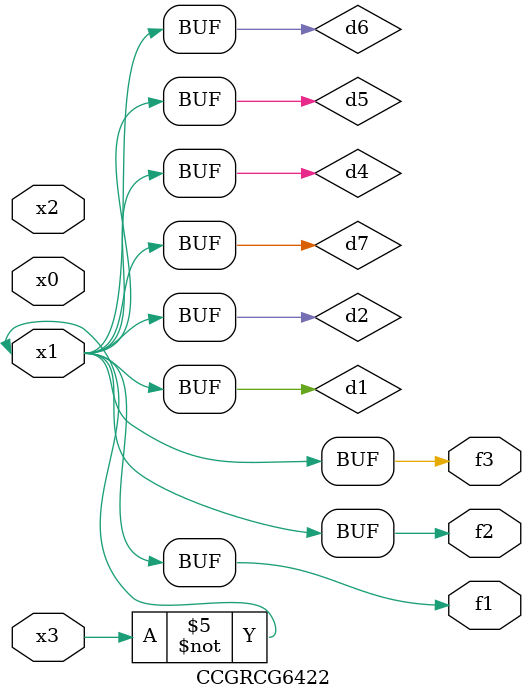
<source format=v>
module CCGRCG6422(
	input x0, x1, x2, x3,
	output f1, f2, f3
);

	wire d1, d2, d3, d4, d5, d6, d7;

	not (d1, x3);
	buf (d2, x1);
	xnor (d3, d1, d2);
	nor (d4, d1);
	buf (d5, d1, d2);
	buf (d6, d4, d5);
	nand (d7, d4);
	assign f1 = d6;
	assign f2 = d7;
	assign f3 = d6;
endmodule

</source>
